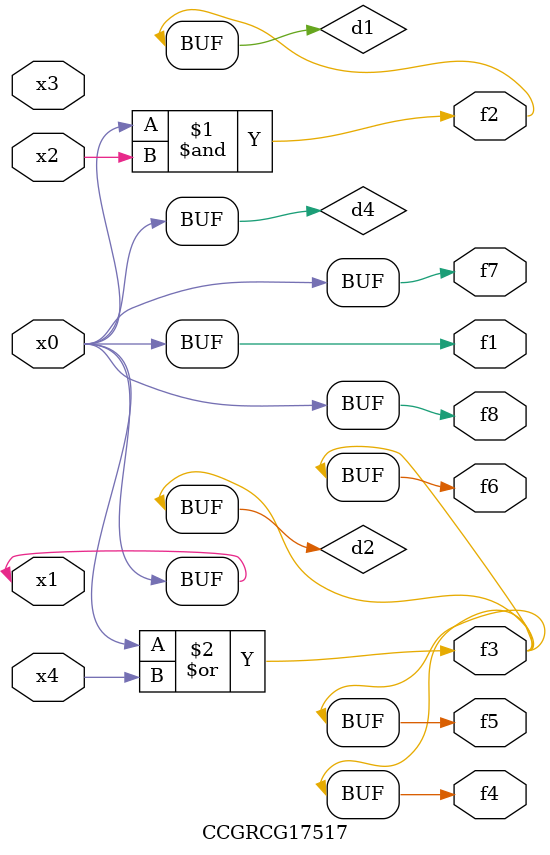
<source format=v>
module CCGRCG17517(
	input x0, x1, x2, x3, x4,
	output f1, f2, f3, f4, f5, f6, f7, f8
);

	wire d1, d2, d3, d4;

	and (d1, x0, x2);
	or (d2, x0, x4);
	nand (d3, x0, x2);
	buf (d4, x0, x1);
	assign f1 = d4;
	assign f2 = d1;
	assign f3 = d2;
	assign f4 = d2;
	assign f5 = d2;
	assign f6 = d2;
	assign f7 = d4;
	assign f8 = d4;
endmodule

</source>
